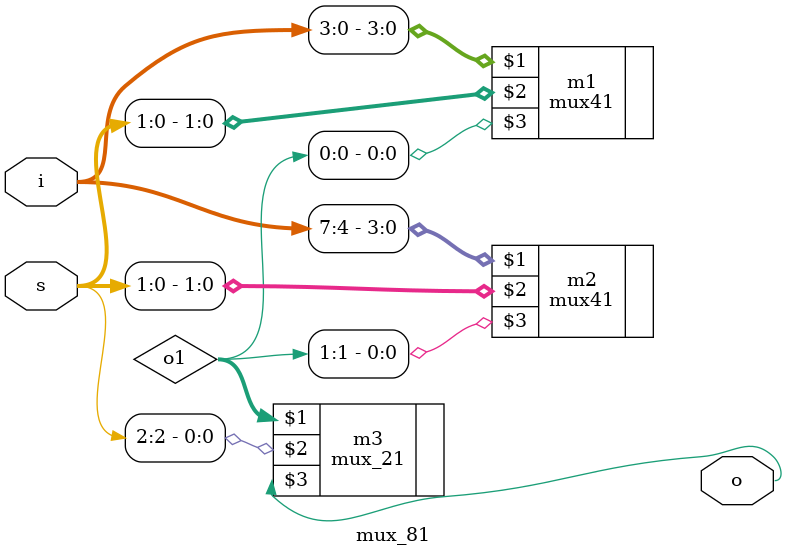
<source format=v>
`timescale 1ns / 1ps

module mux_81(
    input [7:0] i,
    input [2:0] s,
    output o
    );

wire [1:0]o1;

mux41 m1(i[3:0],s[1:0],o1[0]), m2(i[7:4],s[1:0],o1[1]);
mux_21  m3(o1[1:0],s[2],o);

endmodule

</source>
